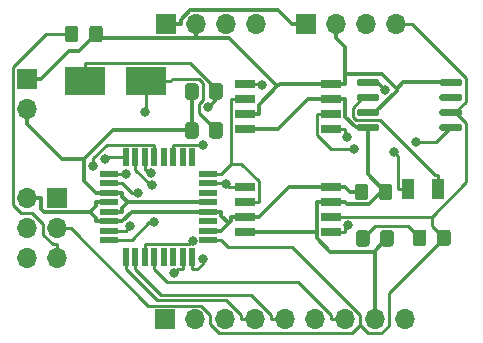
<source format=gtl>
%TF.GenerationSoftware,KiCad,Pcbnew,(5.1.6)-1*%
%TF.CreationDate,2020-07-20T22:25:38-05:00*%
%TF.ProjectId,Project 3 - BACEE_2_layer,50726f6a-6563-4742-9033-202d20424143,1*%
%TF.SameCoordinates,Original*%
%TF.FileFunction,Copper,L1,Top*%
%TF.FilePolarity,Positive*%
%FSLAX46Y46*%
G04 Gerber Fmt 4.6, Leading zero omitted, Abs format (unit mm)*
G04 Created by KiCad (PCBNEW (5.1.6)-1) date 2020-07-20 22:25:38*
%MOMM*%
%LPD*%
G01*
G04 APERTURE LIST*
%TA.AperFunction,ComponentPad*%
%ADD10R,1.700000X1.700000*%
%TD*%
%TA.AperFunction,ComponentPad*%
%ADD11O,1.700000X1.700000*%
%TD*%
%TA.AperFunction,SMDPad,CuDef*%
%ADD12R,1.700000X0.650000*%
%TD*%
%TA.AperFunction,SMDPad,CuDef*%
%ADD13R,0.550000X1.500000*%
%TD*%
%TA.AperFunction,SMDPad,CuDef*%
%ADD14R,1.500000X0.550000*%
%TD*%
%TA.AperFunction,SMDPad,CuDef*%
%ADD15R,1.000000X1.800000*%
%TD*%
%TA.AperFunction,SMDPad,CuDef*%
%ADD16R,3.500000X2.400000*%
%TD*%
%TA.AperFunction,ViaPad*%
%ADD17C,0.800000*%
%TD*%
%TA.AperFunction,Conductor*%
%ADD18C,0.300000*%
%TD*%
%TA.AperFunction,Conductor*%
%ADD19C,0.250000*%
%TD*%
G04 APERTURE END LIST*
D10*
%TO.P,BT1,1*%
%TO.N,/VCC*%
X54610000Y-95758000D03*
D11*
%TO.P,BT1,2*%
%TO.N,GNDPWR*%
X54610000Y-98298000D03*
%TD*%
%TO.P,C1,1*%
%TO.N,GNDPWR*%
%TA.AperFunction,SMDPad,CuDef*%
G36*
G01*
X67996000Y-100526001D02*
X67996000Y-99625999D01*
G75*
G02*
X68245999Y-99376000I249999J0D01*
G01*
X68896001Y-99376000D01*
G75*
G02*
X69146000Y-99625999I0J-249999D01*
G01*
X69146000Y-100526001D01*
G75*
G02*
X68896001Y-100776000I-249999J0D01*
G01*
X68245999Y-100776000D01*
G75*
G02*
X67996000Y-100526001I0J249999D01*
G01*
G37*
%TD.AperFunction*%
%TO.P,C1,2*%
%TO.N,Net-(C1-Pad2)*%
%TA.AperFunction,SMDPad,CuDef*%
G36*
G01*
X70046000Y-100526001D02*
X70046000Y-99625999D01*
G75*
G02*
X70295999Y-99376000I249999J0D01*
G01*
X70946001Y-99376000D01*
G75*
G02*
X71196000Y-99625999I0J-249999D01*
G01*
X71196000Y-100526001D01*
G75*
G02*
X70946001Y-100776000I-249999J0D01*
G01*
X70295999Y-100776000D01*
G75*
G02*
X70046000Y-100526001I0J249999D01*
G01*
G37*
%TD.AperFunction*%
%TD*%
%TO.P,C2,2*%
%TO.N,Net-(C2-Pad2)*%
%TA.AperFunction,SMDPad,CuDef*%
G36*
G01*
X70046000Y-97224001D02*
X70046000Y-96323999D01*
G75*
G02*
X70295999Y-96074000I249999J0D01*
G01*
X70946001Y-96074000D01*
G75*
G02*
X71196000Y-96323999I0J-249999D01*
G01*
X71196000Y-97224001D01*
G75*
G02*
X70946001Y-97474000I-249999J0D01*
G01*
X70295999Y-97474000D01*
G75*
G02*
X70046000Y-97224001I0J249999D01*
G01*
G37*
%TD.AperFunction*%
%TO.P,C2,1*%
%TO.N,GNDPWR*%
%TA.AperFunction,SMDPad,CuDef*%
G36*
G01*
X67996000Y-97224001D02*
X67996000Y-96323999D01*
G75*
G02*
X68245999Y-96074000I249999J0D01*
G01*
X68896001Y-96074000D01*
G75*
G02*
X69146000Y-96323999I0J-249999D01*
G01*
X69146000Y-97224001D01*
G75*
G02*
X68896001Y-97474000I-249999J0D01*
G01*
X68245999Y-97474000D01*
G75*
G02*
X67996000Y-97224001I0J249999D01*
G01*
G37*
%TD.AperFunction*%
%TD*%
%TO.P,C3,1*%
%TO.N,/VCC*%
%TA.AperFunction,SMDPad,CuDef*%
G36*
G01*
X82356000Y-105733001D02*
X82356000Y-104832999D01*
G75*
G02*
X82605999Y-104583000I249999J0D01*
G01*
X83256001Y-104583000D01*
G75*
G02*
X83506000Y-104832999I0J-249999D01*
G01*
X83506000Y-105733001D01*
G75*
G02*
X83256001Y-105983000I-249999J0D01*
G01*
X82605999Y-105983000D01*
G75*
G02*
X82356000Y-105733001I0J249999D01*
G01*
G37*
%TD.AperFunction*%
%TO.P,C3,2*%
%TO.N,GNDPWR*%
%TA.AperFunction,SMDPad,CuDef*%
G36*
G01*
X84406000Y-105733001D02*
X84406000Y-104832999D01*
G75*
G02*
X84655999Y-104583000I249999J0D01*
G01*
X85306001Y-104583000D01*
G75*
G02*
X85556000Y-104832999I0J-249999D01*
G01*
X85556000Y-105733001D01*
G75*
G02*
X85306001Y-105983000I-249999J0D01*
G01*
X84655999Y-105983000D01*
G75*
G02*
X84406000Y-105733001I0J249999D01*
G01*
G37*
%TD.AperFunction*%
%TD*%
%TO.P,D1,1*%
%TO.N,Net-(D1-Pad1)*%
%TA.AperFunction,SMDPad,CuDef*%
G36*
G01*
X87291000Y-109625001D02*
X87291000Y-108724999D01*
G75*
G02*
X87540999Y-108475000I249999J0D01*
G01*
X88191001Y-108475000D01*
G75*
G02*
X88441000Y-108724999I0J-249999D01*
G01*
X88441000Y-109625001D01*
G75*
G02*
X88191001Y-109875000I-249999J0D01*
G01*
X87540999Y-109875000D01*
G75*
G02*
X87291000Y-109625001I0J249999D01*
G01*
G37*
%TD.AperFunction*%
%TO.P,D1,2*%
%TO.N,/SCK*%
%TA.AperFunction,SMDPad,CuDef*%
G36*
G01*
X89341000Y-109625001D02*
X89341000Y-108724999D01*
G75*
G02*
X89590999Y-108475000I249999J0D01*
G01*
X90241001Y-108475000D01*
G75*
G02*
X90491000Y-108724999I0J-249999D01*
G01*
X90491000Y-109625001D01*
G75*
G02*
X90241001Y-109875000I-249999J0D01*
G01*
X89590999Y-109875000D01*
G75*
G02*
X89341000Y-109625001I0J249999D01*
G01*
G37*
%TD.AperFunction*%
%TD*%
D10*
%TO.P,J1,1*%
%TO.N,/D2*%
X66294000Y-116078000D03*
D11*
%TO.P,J1,2*%
%TO.N,/D3*%
X68834000Y-116078000D03*
%TO.P,J1,3*%
%TO.N,/D4*%
X71374000Y-116078000D03*
%TO.P,J1,4*%
%TO.N,/D5*%
X73914000Y-116078000D03*
%TO.P,J1,5*%
%TO.N,/D6*%
X76454000Y-116078000D03*
%TO.P,J1,6*%
%TO.N,/D7*%
X78994000Y-116078000D03*
%TO.P,J1,7*%
%TO.N,/D8*%
X81534000Y-116078000D03*
%TO.P,J1,8*%
%TO.N,GNDPWR*%
X84074000Y-116078000D03*
%TO.P,J1,9*%
%TO.N,/VCC*%
X86614000Y-116078000D03*
%TD*%
%TO.P,Serial,4*%
%TO.N,/TX*%
X74041000Y-91059000D03*
%TO.P,Serial,3*%
%TO.N,/RX*%
X71501000Y-91059000D03*
%TO.P,Serial,2*%
%TO.N,/VCC*%
X68961000Y-91059000D03*
D10*
%TO.P,Serial,1*%
%TO.N,GNDPWR*%
X66421000Y-91059000D03*
%TD*%
%TO.P,J3,1*%
%TO.N,/MISO*%
X57150000Y-105791000D03*
D11*
%TO.P,J3,2*%
%TO.N,/VCC*%
X54610000Y-105791000D03*
%TO.P,J3,3*%
%TO.N,/SCK*%
X57150000Y-108331000D03*
%TO.P,J3,4*%
%TO.N,/MOSI*%
X54610000Y-108331000D03*
%TO.P,J3,5*%
%TO.N,/RESET*%
X57150000Y-110871000D03*
%TO.P,J3,6*%
%TO.N,GNDPWR*%
X54610000Y-110871000D03*
%TD*%
D10*
%TO.P,J4,1*%
%TO.N,GNDPWR*%
X78232000Y-91059000D03*
D11*
%TO.P,J4,2*%
%TO.N,/VCC*%
X80772000Y-91059000D03*
%TO.P,J4,3*%
%TO.N,/SDA*%
X83312000Y-91059000D03*
%TO.P,J4,4*%
%TO.N,/SCK*%
X85852000Y-91059000D03*
%TD*%
%TO.P,R1,1*%
%TO.N,Net-(D1-Pad1)*%
%TA.AperFunction,SMDPad,CuDef*%
G36*
G01*
X82474000Y-109670001D02*
X82474000Y-108769999D01*
G75*
G02*
X82723999Y-108520000I249999J0D01*
G01*
X83374001Y-108520000D01*
G75*
G02*
X83624000Y-108769999I0J-249999D01*
G01*
X83624000Y-109670001D01*
G75*
G02*
X83374001Y-109920000I-249999J0D01*
G01*
X82723999Y-109920000D01*
G75*
G02*
X82474000Y-109670001I0J249999D01*
G01*
G37*
%TD.AperFunction*%
%TO.P,R1,2*%
%TO.N,GNDPWR*%
%TA.AperFunction,SMDPad,CuDef*%
G36*
G01*
X84524000Y-109670001D02*
X84524000Y-108769999D01*
G75*
G02*
X84773999Y-108520000I249999J0D01*
G01*
X85424001Y-108520000D01*
G75*
G02*
X85674000Y-108769999I0J-249999D01*
G01*
X85674000Y-109670001D01*
G75*
G02*
X85424001Y-109920000I-249999J0D01*
G01*
X84773999Y-109920000D01*
G75*
G02*
X84524000Y-109670001I0J249999D01*
G01*
G37*
%TD.AperFunction*%
%TD*%
%TO.P,R2,2*%
%TO.N,/VCC*%
%TA.AperFunction,SMDPad,CuDef*%
G36*
G01*
X59877000Y-92359001D02*
X59877000Y-91458999D01*
G75*
G02*
X60126999Y-91209000I249999J0D01*
G01*
X60777001Y-91209000D01*
G75*
G02*
X61027000Y-91458999I0J-249999D01*
G01*
X61027000Y-92359001D01*
G75*
G02*
X60777001Y-92609000I-249999J0D01*
G01*
X60126999Y-92609000D01*
G75*
G02*
X59877000Y-92359001I0J249999D01*
G01*
G37*
%TD.AperFunction*%
%TO.P,R2,1*%
%TO.N,/RESET*%
%TA.AperFunction,SMDPad,CuDef*%
G36*
G01*
X57827000Y-92359001D02*
X57827000Y-91458999D01*
G75*
G02*
X58076999Y-91209000I249999J0D01*
G01*
X58727001Y-91209000D01*
G75*
G02*
X58977000Y-91458999I0J-249999D01*
G01*
X58977000Y-92359001D01*
G75*
G02*
X58727001Y-92609000I-249999J0D01*
G01*
X58076999Y-92609000D01*
G75*
G02*
X57827000Y-92359001I0J249999D01*
G01*
G37*
%TD.AperFunction*%
%TD*%
%TO.P,U1,1*%
%TO.N,Net-(U1-Pad1)*%
%TA.AperFunction,SMDPad,CuDef*%
G36*
G01*
X82545000Y-96162000D02*
X82545000Y-95862000D01*
G75*
G02*
X82695000Y-95712000I150000J0D01*
G01*
X84295000Y-95712000D01*
G75*
G02*
X84445000Y-95862000I0J-150000D01*
G01*
X84445000Y-96162000D01*
G75*
G02*
X84295000Y-96312000I-150000J0D01*
G01*
X82695000Y-96312000D01*
G75*
G02*
X82545000Y-96162000I0J150000D01*
G01*
G37*
%TD.AperFunction*%
%TO.P,U1,2*%
%TO.N,Net-(U1-Pad2)*%
%TA.AperFunction,SMDPad,CuDef*%
G36*
G01*
X82545000Y-97432000D02*
X82545000Y-97132000D01*
G75*
G02*
X82695000Y-96982000I150000J0D01*
G01*
X84295000Y-96982000D01*
G75*
G02*
X84445000Y-97132000I0J-150000D01*
G01*
X84445000Y-97432000D01*
G75*
G02*
X84295000Y-97582000I-150000J0D01*
G01*
X82695000Y-97582000D01*
G75*
G02*
X82545000Y-97432000I0J150000D01*
G01*
G37*
%TD.AperFunction*%
%TO.P,U1,3*%
%TO.N,/VCC*%
%TA.AperFunction,SMDPad,CuDef*%
G36*
G01*
X82545000Y-98702000D02*
X82545000Y-98402000D01*
G75*
G02*
X82695000Y-98252000I150000J0D01*
G01*
X84295000Y-98252000D01*
G75*
G02*
X84445000Y-98402000I0J-150000D01*
G01*
X84445000Y-98702000D01*
G75*
G02*
X84295000Y-98852000I-150000J0D01*
G01*
X82695000Y-98852000D01*
G75*
G02*
X82545000Y-98702000I0J150000D01*
G01*
G37*
%TD.AperFunction*%
%TO.P,U1,4*%
%TO.N,GNDPWR*%
%TA.AperFunction,SMDPad,CuDef*%
G36*
G01*
X82545000Y-99972000D02*
X82545000Y-99672000D01*
G75*
G02*
X82695000Y-99522000I150000J0D01*
G01*
X84295000Y-99522000D01*
G75*
G02*
X84445000Y-99672000I0J-150000D01*
G01*
X84445000Y-99972000D01*
G75*
G02*
X84295000Y-100122000I-150000J0D01*
G01*
X82695000Y-100122000D01*
G75*
G02*
X82545000Y-99972000I0J150000D01*
G01*
G37*
%TD.AperFunction*%
%TO.P,U1,5*%
%TO.N,/SDA*%
%TA.AperFunction,SMDPad,CuDef*%
G36*
G01*
X89545000Y-99972000D02*
X89545000Y-99672000D01*
G75*
G02*
X89695000Y-99522000I150000J0D01*
G01*
X91295000Y-99522000D01*
G75*
G02*
X91445000Y-99672000I0J-150000D01*
G01*
X91445000Y-99972000D01*
G75*
G02*
X91295000Y-100122000I-150000J0D01*
G01*
X89695000Y-100122000D01*
G75*
G02*
X89545000Y-99972000I0J150000D01*
G01*
G37*
%TD.AperFunction*%
%TO.P,U1,6*%
%TO.N,/SCK*%
%TA.AperFunction,SMDPad,CuDef*%
G36*
G01*
X89545000Y-98702000D02*
X89545000Y-98402000D01*
G75*
G02*
X89695000Y-98252000I150000J0D01*
G01*
X91295000Y-98252000D01*
G75*
G02*
X91445000Y-98402000I0J-150000D01*
G01*
X91445000Y-98702000D01*
G75*
G02*
X91295000Y-98852000I-150000J0D01*
G01*
X89695000Y-98852000D01*
G75*
G02*
X89545000Y-98702000I0J150000D01*
G01*
G37*
%TD.AperFunction*%
%TO.P,U1,7*%
%TO.N,Net-(U1-Pad7)*%
%TA.AperFunction,SMDPad,CuDef*%
G36*
G01*
X89545000Y-97432000D02*
X89545000Y-97132000D01*
G75*
G02*
X89695000Y-96982000I150000J0D01*
G01*
X91295000Y-96982000D01*
G75*
G02*
X91445000Y-97132000I0J-150000D01*
G01*
X91445000Y-97432000D01*
G75*
G02*
X91295000Y-97582000I-150000J0D01*
G01*
X89695000Y-97582000D01*
G75*
G02*
X89545000Y-97432000I0J150000D01*
G01*
G37*
%TD.AperFunction*%
%TO.P,U1,8*%
%TO.N,/VCC*%
%TA.AperFunction,SMDPad,CuDef*%
G36*
G01*
X89545000Y-96162000D02*
X89545000Y-95862000D01*
G75*
G02*
X89695000Y-95712000I150000J0D01*
G01*
X91295000Y-95712000D01*
G75*
G02*
X91445000Y-95862000I0J-150000D01*
G01*
X91445000Y-96162000D01*
G75*
G02*
X91295000Y-96312000I-150000J0D01*
G01*
X89695000Y-96312000D01*
G75*
G02*
X89545000Y-96162000I0J150000D01*
G01*
G37*
%TD.AperFunction*%
%TD*%
D12*
%TO.P,U2,8*%
%TO.N,/VCC*%
X80358000Y-104902000D03*
%TO.P,U2,7*%
%TO.N,GNDPWR*%
X80358000Y-106172000D03*
%TO.P,U2,6*%
%TO.N,/SCK*%
X80358000Y-107442000D03*
%TO.P,U2,5*%
%TO.N,/SDA*%
X80358000Y-108712000D03*
%TO.P,U2,4*%
%TO.N,GNDPWR*%
X73058000Y-108712000D03*
%TO.P,U2,3*%
%TO.N,/VCC*%
X73058000Y-107442000D03*
%TO.P,U2,2*%
%TO.N,/ADDS2*%
X73058000Y-106172000D03*
%TO.P,U2,1*%
%TO.N,/ADDS1*%
X73058000Y-104902000D03*
%TD*%
%TO.P,U3,1*%
%TO.N,/ADDS1*%
X73058000Y-96139000D03*
%TO.P,U3,2*%
%TO.N,/ADDS2*%
X73058000Y-97409000D03*
%TO.P,U3,3*%
%TO.N,/VCC*%
X73058000Y-98679000D03*
%TO.P,U3,4*%
%TO.N,GNDPWR*%
X73058000Y-99949000D03*
%TO.P,U3,5*%
%TO.N,/SDA*%
X80358000Y-99949000D03*
%TO.P,U3,6*%
%TO.N,/SCK*%
X80358000Y-98679000D03*
%TO.P,U3,7*%
%TO.N,GNDPWR*%
X80358000Y-97409000D03*
%TO.P,U3,8*%
%TO.N,/VCC*%
X80358000Y-96139000D03*
%TD*%
D13*
%TO.P,U4,9*%
%TO.N,/D5*%
X62986000Y-110753000D03*
D14*
%TO.P,U4,1*%
%TO.N,/D3*%
X61586000Y-103753000D03*
%TO.P,U4,2*%
%TO.N,/D4*%
X61586000Y-104553000D03*
%TO.P,U4,3*%
%TO.N,GNDPWR*%
X61586000Y-105353000D03*
%TO.P,U4,4*%
%TO.N,/VCC*%
X61586000Y-106153000D03*
%TO.P,U4,5*%
%TO.N,GNDPWR*%
X61586000Y-106953000D03*
%TO.P,U4,6*%
%TO.N,/VCC*%
X61586000Y-107753000D03*
%TO.P,U4,7*%
%TO.N,Net-(C1-Pad2)*%
X61586000Y-108553000D03*
%TO.P,U4,8*%
%TO.N,Net-(C2-Pad2)*%
X61586000Y-109353000D03*
D13*
%TO.P,U4,10*%
%TO.N,/D6*%
X63786000Y-110753000D03*
%TO.P,U4,11*%
%TO.N,/D7*%
X64586000Y-110753000D03*
%TO.P,U4,12*%
%TO.N,/D8*%
X65386000Y-110753000D03*
%TO.P,U4,13*%
%TO.N,Net-(U4-Pad13)*%
X66186000Y-110753000D03*
%TO.P,U4,14*%
%TO.N,Net-(U4-Pad14)*%
X66986000Y-110753000D03*
%TO.P,U4,15*%
%TO.N,/MOSI*%
X67786000Y-110753000D03*
%TO.P,U4,16*%
%TO.N,/MISO*%
X68586000Y-110753000D03*
D14*
%TO.P,U4,17*%
%TO.N,/SCK*%
X69986000Y-109353000D03*
%TO.P,U4,18*%
%TO.N,/VCC*%
X69986000Y-108553000D03*
%TO.P,U4,19*%
%TO.N,Net-(U4-Pad19)*%
X69986000Y-107753000D03*
%TO.P,U4,20*%
%TO.N,/VCC*%
X69986000Y-106953000D03*
%TO.P,U4,21*%
%TO.N,GNDPWR*%
X69986000Y-106153000D03*
%TO.P,U4,22*%
%TO.N,Net-(U4-Pad22)*%
X69986000Y-105353000D03*
%TO.P,U4,23*%
%TO.N,/ADDS1*%
X69986000Y-104553000D03*
%TO.P,U4,24*%
%TO.N,/ADDS2*%
X69986000Y-103753000D03*
D13*
%TO.P,U4,25*%
%TO.N,Net-(U4-Pad25)*%
X68586000Y-102353000D03*
%TO.P,U4,26*%
%TO.N,Net-(U4-Pad26)*%
X67786000Y-102353000D03*
%TO.P,U4,27*%
%TO.N,/SDA*%
X66986000Y-102353000D03*
%TO.P,U4,28*%
%TO.N,Net-(U4-Pad28)*%
X66186000Y-102353000D03*
%TO.P,U4,29*%
%TO.N,/RESET*%
X65386000Y-102353000D03*
%TO.P,U4,30*%
%TO.N,/RX*%
X64586000Y-102353000D03*
%TO.P,U4,31*%
%TO.N,/TX*%
X63786000Y-102353000D03*
%TO.P,U4,32*%
%TO.N,/D2*%
X62986000Y-102353000D03*
%TD*%
D15*
%TO.P,Y1,1*%
%TO.N,Net-(U1-Pad1)*%
X86888000Y-105033000D03*
%TO.P,Y1,2*%
%TO.N,Net-(U1-Pad2)*%
X89388000Y-105033000D03*
%TD*%
D16*
%TO.P,Y2,1*%
%TO.N,Net-(C2-Pad2)*%
X59503000Y-95885000D03*
%TO.P,Y2,2*%
%TO.N,Net-(C1-Pad2)*%
X64703000Y-95885000D03*
%TD*%
D17*
%TO.N,Net-(C1-Pad2)*%
X64630000Y-98478100D03*
X63352700Y-108166200D03*
%TO.N,Net-(C2-Pad2)*%
X65349400Y-107858300D03*
X69950500Y-98089100D03*
%TO.N,/SCK*%
X82283600Y-101674000D03*
%TO.N,/D2*%
X61218000Y-102510300D03*
%TO.N,/D3*%
X62961200Y-103753000D03*
%TO.N,/D4*%
X64023800Y-105406400D03*
%TO.N,/D7*%
X68634000Y-109400100D03*
%TO.N,/TX*%
X65213700Y-104723700D03*
%TO.N,/RX*%
X65137900Y-103707300D03*
%TO.N,/MISO*%
X69485600Y-110942700D03*
%TO.N,/MOSI*%
X67080500Y-112176100D03*
%TO.N,/RESET*%
X60227500Y-103084400D03*
%TO.N,/SDA*%
X69540200Y-101277700D03*
X81753100Y-100615100D03*
X87549200Y-101082800D03*
X81793000Y-108092800D03*
%TO.N,Net-(U1-Pad1)*%
X84898900Y-96658200D03*
X85669600Y-101884000D03*
%TO.N,/ADDS1*%
X74530200Y-96206300D03*
X71472000Y-104627500D03*
%TD*%
D18*
%TO.N,/VCC*%
X69986000Y-106953000D02*
X63486300Y-106953000D01*
X63486300Y-106953000D02*
X62686300Y-107753000D01*
X68961000Y-92259300D02*
X60802300Y-92259300D01*
X60802300Y-92259300D02*
X60452000Y-91909000D01*
X75805400Y-96339900D02*
X71724700Y-92259300D01*
X71724700Y-92259300D02*
X68961000Y-92259300D01*
X54610000Y-95758000D02*
X55810300Y-95758000D01*
X55810300Y-95758000D02*
X58208000Y-93360300D01*
X58208000Y-93360300D02*
X59000700Y-93360300D01*
X59000700Y-93360300D02*
X60452000Y-91909000D01*
X73058000Y-98679000D02*
X74258300Y-98679000D01*
X75805400Y-96339900D02*
X74258300Y-97887000D01*
X74258300Y-97887000D02*
X74258300Y-98679000D01*
X79157700Y-96139000D02*
X76006300Y-96139000D01*
X76006300Y-96139000D02*
X75805400Y-96339900D01*
X80358000Y-96139000D02*
X79157700Y-96139000D01*
X80772000Y-91059000D02*
X80772000Y-92259300D01*
X81558300Y-95327300D02*
X81558300Y-96139000D01*
X85918600Y-96560600D02*
X84685300Y-95327300D01*
X84685300Y-95327300D02*
X81558300Y-95327300D01*
X81558300Y-95327300D02*
X81558300Y-93045600D01*
X81558300Y-93045600D02*
X80772000Y-92259300D01*
X73058000Y-107442000D02*
X74258300Y-107442000D01*
X80358000Y-104902000D02*
X76798300Y-104902000D01*
X76798300Y-104902000D02*
X74258300Y-107442000D01*
X69986000Y-106953000D02*
X71086300Y-106953000D01*
X73058000Y-107442000D02*
X71857700Y-107442000D01*
X71712900Y-107926400D02*
X71857700Y-107781600D01*
X71857700Y-107781600D02*
X71857700Y-107442000D01*
X71086300Y-108553000D02*
X71712900Y-107926400D01*
X71086300Y-106953000D02*
X71086300Y-107299800D01*
X71086300Y-107299800D02*
X71712900Y-107926400D01*
X69986000Y-108553000D02*
X71086300Y-108553000D01*
X68961000Y-91059000D02*
X68961000Y-92259300D01*
X61586000Y-107753000D02*
X62686300Y-107753000D01*
X83495000Y-98552000D02*
X84089000Y-98552000D01*
X84089000Y-98552000D02*
X85918600Y-96722400D01*
X85918600Y-96722400D02*
X85918600Y-96560600D01*
X90495000Y-96012000D02*
X86467200Y-96012000D01*
X86467200Y-96012000D02*
X85918600Y-96560600D01*
X80358000Y-104902000D02*
X81558300Y-104902000D01*
X82931000Y-105283000D02*
X81939300Y-105283000D01*
X81939300Y-105283000D02*
X81558300Y-104902000D01*
X54610000Y-105791000D02*
X55810300Y-105791000D01*
X59973400Y-106991300D02*
X56073900Y-106991300D01*
X56073900Y-106991300D02*
X55810300Y-106727700D01*
X55810300Y-106727700D02*
X55810300Y-105791000D01*
X60485700Y-106153000D02*
X60485700Y-106479000D01*
X60485700Y-106479000D02*
X59973400Y-106991300D01*
X59973400Y-106991300D02*
X60485700Y-107503600D01*
X60485700Y-107503600D02*
X60485700Y-107753000D01*
X61586000Y-107753000D02*
X60485700Y-107753000D01*
X61586000Y-106153000D02*
X60485700Y-106153000D01*
X80358000Y-96139000D02*
X81558300Y-96139000D01*
%TO.N,GNDPWR*%
X59477100Y-102483700D02*
X59477100Y-104344400D01*
X59477100Y-104344400D02*
X60485700Y-105353000D01*
X68571000Y-100076000D02*
X61884800Y-100076000D01*
X61884800Y-100076000D02*
X59477100Y-102483700D01*
X59477100Y-102483700D02*
X57595400Y-102483700D01*
X57595400Y-102483700D02*
X54610000Y-99498300D01*
X68571000Y-96774000D02*
X68571000Y-100076000D01*
X54610000Y-98298000D02*
X54610000Y-99498300D01*
X61586000Y-105353000D02*
X60485700Y-105353000D01*
X62136200Y-105353000D02*
X61586000Y-105353000D01*
X78232000Y-91059000D02*
X77031700Y-91059000D01*
X66421000Y-91059000D02*
X67621300Y-91059000D01*
X67621300Y-91059000D02*
X67621300Y-90683900D01*
X67621300Y-90683900D02*
X68446500Y-89858700D01*
X68446500Y-89858700D02*
X75831400Y-89858700D01*
X75831400Y-89858700D02*
X77031700Y-91059000D01*
X62136200Y-105353000D02*
X62686300Y-105353000D01*
X63135100Y-106156700D02*
X68882000Y-106156700D01*
X68882000Y-106156700D02*
X68885700Y-106153000D01*
X62686300Y-105353000D02*
X62686300Y-105707900D01*
X62686300Y-105707900D02*
X63135100Y-106156700D01*
X63135100Y-106156700D02*
X62686300Y-106605500D01*
X62686300Y-106605500D02*
X62686300Y-106953000D01*
X83495000Y-99822000D02*
X82433600Y-99822000D01*
X82433600Y-99822000D02*
X81558300Y-98946700D01*
X81558300Y-98946700D02*
X81558300Y-97409000D01*
X80358000Y-97409000D02*
X81558300Y-97409000D01*
X84786000Y-105088000D02*
X83495000Y-103797000D01*
X83495000Y-103797000D02*
X83495000Y-99822000D01*
X69986000Y-106153000D02*
X68885700Y-106153000D01*
X79157700Y-108712000D02*
X79157700Y-109218400D01*
X79157700Y-109218400D02*
X80273500Y-110334200D01*
X80273500Y-110334200D02*
X84074000Y-110334200D01*
X79157700Y-106172000D02*
X79157700Y-108712000D01*
X79157700Y-108712000D02*
X74258300Y-108712000D01*
X80358000Y-106172000D02*
X79157700Y-106172000D01*
X80958200Y-106172000D02*
X80358000Y-106172000D01*
X80958200Y-106172000D02*
X81558300Y-106172000D01*
X84074000Y-110334200D02*
X84074000Y-110245000D01*
X84074000Y-110245000D02*
X85099000Y-109220000D01*
X84074000Y-116078000D02*
X84074000Y-110334200D01*
X73058000Y-108712000D02*
X74258300Y-108712000D01*
X84786000Y-105088000D02*
X83536600Y-106337400D01*
X83536600Y-106337400D02*
X81723700Y-106337400D01*
X81723700Y-106337400D02*
X81558300Y-106172000D01*
X84981000Y-105283000D02*
X84786000Y-105088000D01*
X61586000Y-106953000D02*
X62686300Y-106953000D01*
X73058000Y-99949000D02*
X75873200Y-99949000D01*
X75873200Y-99949000D02*
X78413200Y-97409000D01*
X78413200Y-97409000D02*
X80358000Y-97409000D01*
D19*
%TO.N,Net-(C1-Pad2)*%
X66778300Y-95885000D02*
X66922400Y-95740900D01*
X66922400Y-95740900D02*
X69158400Y-95740900D01*
X69158400Y-95740900D02*
X69509100Y-96091600D01*
X69509100Y-96091600D02*
X69509100Y-97504800D01*
X69509100Y-97504800D02*
X69183600Y-97830300D01*
X69183600Y-97830300D02*
X69183600Y-98638600D01*
X69183600Y-98638600D02*
X70621000Y-100076000D01*
X64630000Y-98478100D02*
X64703000Y-98405100D01*
X64703000Y-98405100D02*
X64703000Y-95885000D01*
X63352700Y-108166200D02*
X62965900Y-108553000D01*
X62965900Y-108553000D02*
X61586000Y-108553000D01*
X64703000Y-95885000D02*
X66778300Y-95885000D01*
%TO.N,Net-(C2-Pad2)*%
X70621000Y-96774000D02*
X70621000Y-97418600D01*
X70621000Y-97418600D02*
X69950500Y-98089100D01*
X65349400Y-107858300D02*
X64968500Y-107858300D01*
X64968500Y-107858300D02*
X63473800Y-109353000D01*
X63473800Y-109353000D02*
X61586000Y-109353000D01*
X59503000Y-94359700D02*
X68435800Y-94359700D01*
X68435800Y-94359700D02*
X70621000Y-96544900D01*
X70621000Y-96544900D02*
X70621000Y-96774000D01*
X59503000Y-95885000D02*
X59503000Y-94359700D01*
%TO.N,Net-(D1-Pad1)*%
X87866000Y-109175000D02*
X86878100Y-108187100D01*
X86878100Y-108187100D02*
X84081900Y-108187100D01*
X84081900Y-108187100D02*
X83049000Y-109220000D01*
%TO.N,/SCK*%
X82283600Y-101674000D02*
X80388900Y-101674000D01*
X80388900Y-101674000D02*
X79182700Y-100467800D01*
X79182700Y-100467800D02*
X79182700Y-98679000D01*
X80358000Y-98679000D02*
X79182700Y-98679000D01*
X90893800Y-98552000D02*
X91781000Y-97664800D01*
X91781000Y-97664800D02*
X91781000Y-95649100D01*
X91781000Y-95649100D02*
X87190900Y-91059000D01*
X87190900Y-91059000D02*
X85852000Y-91059000D01*
X90495000Y-98552000D02*
X90893800Y-98552000D01*
X90893800Y-98552000D02*
X91818800Y-99477000D01*
X91818800Y-99477000D02*
X91818800Y-104478900D01*
X91818800Y-104478900D02*
X88933200Y-107364500D01*
X88933200Y-107364500D02*
X80435500Y-107364500D01*
X80435500Y-107364500D02*
X80358000Y-107442000D01*
X89916000Y-109175000D02*
X88933200Y-108192200D01*
X88933200Y-108192200D02*
X88933200Y-107364500D01*
X82804000Y-116566800D02*
X83490600Y-117253400D01*
X83490600Y-117253400D02*
X84622800Y-117253400D01*
X84622800Y-117253400D02*
X85249400Y-116626800D01*
X85249400Y-116626800D02*
X85249400Y-113841600D01*
X85249400Y-113841600D02*
X89916000Y-109175000D01*
X71061300Y-109353000D02*
X71661600Y-109953300D01*
X71661600Y-109953300D02*
X77073500Y-109953300D01*
X77073500Y-109953300D02*
X82804000Y-115683800D01*
X82804000Y-115683800D02*
X82804000Y-116566800D01*
X82804000Y-116566800D02*
X82117400Y-117253400D01*
X82117400Y-117253400D02*
X70885200Y-117253400D01*
X70885200Y-117253400D02*
X70104000Y-116472200D01*
X70104000Y-116472200D02*
X70104000Y-115677700D01*
X70104000Y-115677700D02*
X69329000Y-114902700D01*
X69329000Y-114902700D02*
X64897000Y-114902700D01*
X64897000Y-114902700D02*
X58325300Y-108331000D01*
X57150000Y-108331000D02*
X58325300Y-108331000D01*
X69986000Y-109353000D02*
X71061300Y-109353000D01*
%TO.N,/D2*%
X62986000Y-102353000D02*
X61375300Y-102353000D01*
X61375300Y-102353000D02*
X61218000Y-102510300D01*
%TO.N,/D3*%
X61586000Y-103753000D02*
X62961200Y-103753000D01*
%TO.N,/D4*%
X62661300Y-104553000D02*
X63514700Y-105406400D01*
X63514700Y-105406400D02*
X64023800Y-105406400D01*
X61586000Y-104553000D02*
X62661300Y-104553000D01*
%TO.N,/D5*%
X72738700Y-116078000D02*
X72738700Y-115710600D01*
X72738700Y-115710600D02*
X71480500Y-114452400D01*
X71480500Y-114452400D02*
X65610100Y-114452400D01*
X65610100Y-114452400D02*
X62986000Y-111828300D01*
X73914000Y-116078000D02*
X72738700Y-116078000D01*
X62986000Y-110753000D02*
X62986000Y-111828300D01*
%TO.N,/D6*%
X76454000Y-116078000D02*
X75278700Y-116078000D01*
X63786000Y-110753000D02*
X63786000Y-111828300D01*
X63786000Y-111828300D02*
X65959700Y-114002000D01*
X65959700Y-114002000D02*
X73570000Y-114002000D01*
X73570000Y-114002000D02*
X75278700Y-115710700D01*
X75278700Y-115710700D02*
X75278700Y-116078000D01*
%TO.N,/D7*%
X64586000Y-109677700D02*
X68356400Y-109677700D01*
X68356400Y-109677700D02*
X68634000Y-109400100D01*
X64586000Y-110753000D02*
X64586000Y-109677700D01*
%TO.N,/D8*%
X65386000Y-110753000D02*
X65386000Y-111828300D01*
X81534000Y-116078000D02*
X80358700Y-116078000D01*
X65386000Y-111828300D02*
X66471900Y-112914200D01*
X66471900Y-112914200D02*
X77562200Y-112914200D01*
X77562200Y-112914200D02*
X80358700Y-115710700D01*
X80358700Y-115710700D02*
X80358700Y-116078000D01*
%TO.N,/TX*%
X63786000Y-103428300D02*
X65081400Y-104723700D01*
X65081400Y-104723700D02*
X65213700Y-104723700D01*
X63786000Y-102353000D02*
X63786000Y-103428300D01*
%TO.N,/RX*%
X64586000Y-103428300D02*
X64858900Y-103428300D01*
X64858900Y-103428300D02*
X65137900Y-103707300D01*
X64586000Y-102353000D02*
X64586000Y-103428300D01*
%TO.N,/MISO*%
X68586000Y-111828300D02*
X69029800Y-111828300D01*
X69029800Y-111828300D02*
X69485600Y-111372500D01*
X69485600Y-111372500D02*
X69485600Y-110942700D01*
X68586000Y-110753000D02*
X68586000Y-111828300D01*
%TO.N,/MOSI*%
X67786000Y-111828300D02*
X67428300Y-111828300D01*
X67428300Y-111828300D02*
X67080500Y-112176100D01*
X67786000Y-110753000D02*
X67786000Y-111828300D01*
%TO.N,/RESET*%
X65386000Y-102353000D02*
X65386000Y-101277700D01*
X65386000Y-101277700D02*
X61382200Y-101277700D01*
X61382200Y-101277700D02*
X60227500Y-102432400D01*
X60227500Y-102432400D02*
X60227500Y-103084400D01*
X57150000Y-110871000D02*
X57150000Y-109695700D01*
X57150000Y-109695700D02*
X56782600Y-109695700D01*
X56782600Y-109695700D02*
X55974700Y-108887800D01*
X55974700Y-108887800D02*
X55974700Y-108031400D01*
X55974700Y-108031400D02*
X55004300Y-107061000D01*
X55004300Y-107061000D02*
X54121300Y-107061000D01*
X54121300Y-107061000D02*
X53434600Y-106374300D01*
X53434600Y-106374300D02*
X53434600Y-94702900D01*
X53434600Y-94702900D02*
X56228500Y-91909000D01*
X56228500Y-91909000D02*
X58402000Y-91909000D01*
%TO.N,/SDA*%
X66986000Y-101277700D02*
X69540200Y-101277700D01*
X66986000Y-102353000D02*
X66986000Y-101277700D01*
X81533300Y-99949000D02*
X81533300Y-100395300D01*
X81533300Y-100395300D02*
X81753100Y-100615100D01*
X80358000Y-99949000D02*
X81533300Y-99949000D01*
X81533300Y-108712000D02*
X81533300Y-108352500D01*
X81533300Y-108352500D02*
X81793000Y-108092800D01*
X80358000Y-108712000D02*
X81533300Y-108712000D01*
X87549200Y-101082800D02*
X89234200Y-101082800D01*
X89234200Y-101082800D02*
X90495000Y-99822000D01*
%TO.N,Net-(U1-Pad1)*%
X86888000Y-105033000D02*
X86062700Y-105033000D01*
X86062700Y-105033000D02*
X86062700Y-102277100D01*
X86062700Y-102277100D02*
X85669600Y-101884000D01*
X84898900Y-96658200D02*
X84252700Y-96012000D01*
X84252700Y-96012000D02*
X83495000Y-96012000D01*
%TO.N,Net-(U1-Pad2)*%
X89388000Y-105033000D02*
X89388000Y-103807700D01*
X89388000Y-103807700D02*
X89157400Y-103807700D01*
X89157400Y-103807700D02*
X84545800Y-99196100D01*
X84545800Y-99196100D02*
X82480000Y-99196100D01*
X82480000Y-99196100D02*
X82186900Y-98903000D01*
X82186900Y-98903000D02*
X82186900Y-98181400D01*
X82186900Y-98181400D02*
X83086300Y-97282000D01*
X83086300Y-97282000D02*
X83495000Y-97282000D01*
%TO.N,/ADDS2*%
X71882700Y-102931600D02*
X71882700Y-97409000D01*
X71061300Y-103753000D02*
X71882700Y-102931600D01*
X71882700Y-102931600D02*
X72781300Y-102931600D01*
X72781300Y-102931600D02*
X74233300Y-104383600D01*
X74233300Y-104383600D02*
X74233300Y-106172000D01*
X73058000Y-106172000D02*
X74233300Y-106172000D01*
X73058000Y-97409000D02*
X71882700Y-97409000D01*
X69986000Y-103753000D02*
X71061300Y-103753000D01*
%TO.N,/ADDS1*%
X74233300Y-96139000D02*
X74300600Y-96206300D01*
X74300600Y-96206300D02*
X74530200Y-96206300D01*
X73058000Y-96139000D02*
X74233300Y-96139000D01*
X71472000Y-104627500D02*
X71746500Y-104902000D01*
X71746500Y-104902000D02*
X71882700Y-104902000D01*
X69986000Y-104553000D02*
X71397500Y-104553000D01*
X71397500Y-104553000D02*
X71472000Y-104627500D01*
X73058000Y-104902000D02*
X71882700Y-104902000D01*
%TD*%
M02*

</source>
